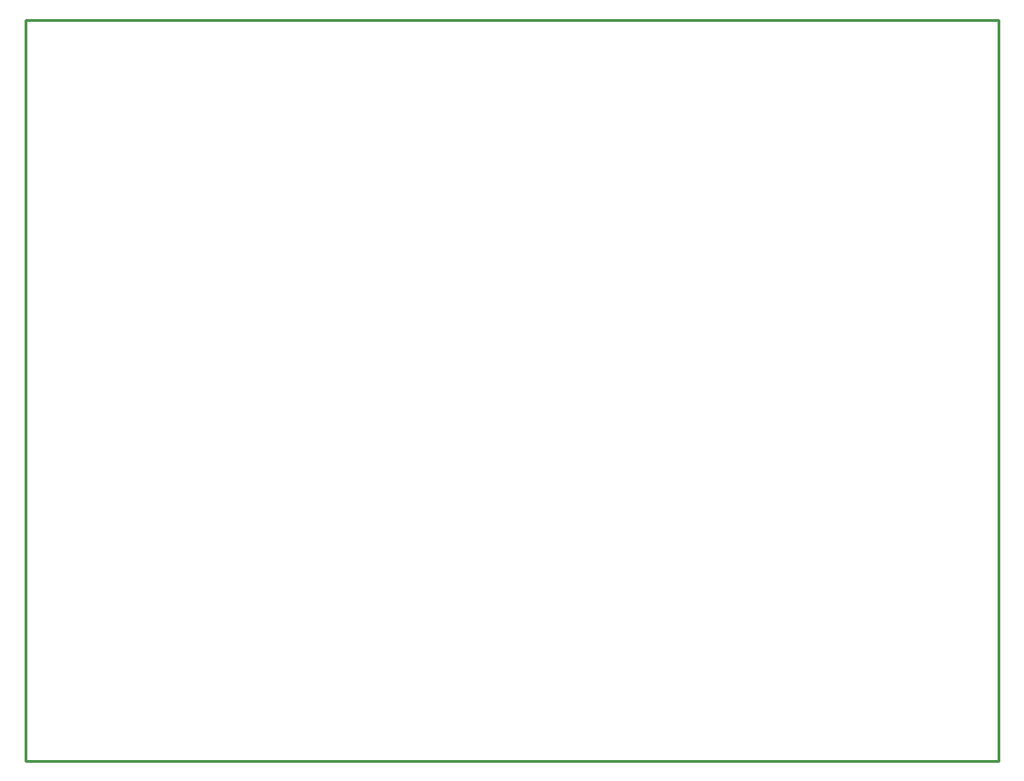
<source format=gbp>
G04 Layer_Color=128*
%FSLAX25Y25*%
%MOIN*%
G70*
G01*
G75*
%ADD33C,0.01000*%
D33*
X356000Y184625D02*
Y271500D01*
Y0D02*
Y75875D01*
X0Y0D02*
Y271500D01*
X356000D01*
Y75875D02*
Y184625D01*
X0Y0D02*
X356000D01*
M02*

</source>
